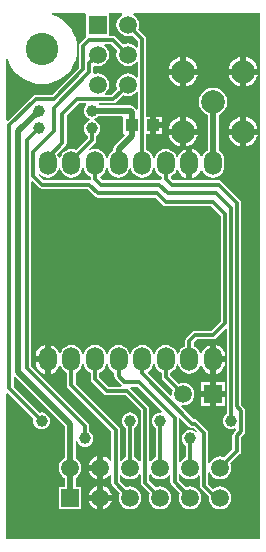
<source format=gbl>
G04 Layer_Physical_Order=2*
G04 Layer_Color=16711680*
%FSLAX44Y44*%
%MOMM*%
G71*
G01*
G75*
%ADD10R,1.0000X1.0000*%
%ADD11C,0.3048*%
%ADD12C,0.5080*%
%ADD13C,1.5000*%
%ADD14R,1.5000X1.5000*%
%ADD15R,1.5000X1.5000*%
%ADD16O,1.5000X2.0000*%
%ADD17C,2.0000*%
%ADD18C,1.0000*%
%ADD19C,2.7500*%
G36*
X352986Y1293730D02*
X352909Y1293698D01*
X350924Y1292175D01*
X349402Y1290191D01*
X348445Y1287880D01*
X348118Y1285400D01*
X348445Y1282920D01*
X349402Y1280609D01*
X350924Y1278624D01*
X352909Y1277102D01*
X355220Y1276144D01*
X357700Y1275818D01*
X360180Y1276144D01*
X361378Y1276641D01*
X366407Y1271612D01*
Y1266345D01*
X365137Y1265913D01*
X364475Y1266775D01*
X362491Y1268298D01*
X360180Y1269255D01*
X357700Y1269582D01*
X355220Y1269255D01*
X354022Y1268759D01*
X347741Y1275041D01*
X346575Y1275819D01*
X345200Y1276093D01*
X341800D01*
Y1294900D01*
X343028Y1295000D01*
X352733D01*
X352986Y1293730D01*
D02*
G37*
G36*
X348941Y1263678D02*
X348445Y1262480D01*
X348118Y1260000D01*
X348445Y1257520D01*
X349402Y1255209D01*
X350924Y1253224D01*
X352909Y1251702D01*
X355220Y1250744D01*
X357700Y1250418D01*
X360180Y1250744D01*
X362491Y1251702D01*
X364475Y1253224D01*
X365137Y1254087D01*
X366407Y1253655D01*
Y1240945D01*
X365137Y1240513D01*
X364475Y1241375D01*
X362491Y1242898D01*
X360180Y1243855D01*
X357700Y1244182D01*
X355220Y1243855D01*
X352909Y1242898D01*
X350924Y1241375D01*
X349402Y1239391D01*
X348445Y1237080D01*
X348118Y1234600D01*
X348445Y1232120D01*
X348941Y1230922D01*
X344112Y1226093D01*
X338905D01*
X338474Y1227363D01*
X339075Y1227824D01*
X340598Y1229809D01*
X341555Y1232120D01*
X341882Y1234600D01*
X341555Y1237080D01*
X340598Y1239391D01*
X339075Y1241375D01*
X337091Y1242898D01*
X334780Y1243855D01*
X332300Y1244182D01*
X329820Y1243855D01*
X329646Y1243783D01*
X328533Y1244697D01*
X328593Y1245000D01*
Y1249878D01*
X329815Y1250741D01*
X329863Y1250739D01*
X332300Y1250418D01*
X334780Y1250744D01*
X337091Y1251702D01*
X339075Y1253224D01*
X340598Y1255209D01*
X341555Y1257520D01*
X341882Y1260000D01*
X341555Y1262480D01*
X340598Y1264791D01*
X339075Y1266775D01*
X337953Y1267637D01*
X338384Y1268907D01*
X343712D01*
X348941Y1263678D01*
D02*
G37*
G36*
X322800Y1293730D02*
Y1275900D01*
X322269Y1274850D01*
X317411Y1269993D01*
X316632Y1268827D01*
X316359Y1267452D01*
Y1248940D01*
X293512Y1226093D01*
X280000D01*
X278625Y1225819D01*
X277459Y1225041D01*
X256173Y1203755D01*
X255000Y1204241D01*
Y1253417D01*
Y1256009D01*
X256270Y1256160D01*
X256380Y1255701D01*
X258187Y1251338D01*
X260654Y1247312D01*
X263721Y1243721D01*
X267312Y1240655D01*
X271338Y1238187D01*
X275701Y1236380D01*
X280292Y1235278D01*
X285000Y1234907D01*
X289708Y1235278D01*
X294299Y1236380D01*
X298662Y1238187D01*
X302688Y1240655D01*
X306279Y1243721D01*
X309345Y1247312D01*
X311813Y1251338D01*
X313620Y1255701D01*
X314722Y1260293D01*
X315093Y1265000D01*
X314722Y1269707D01*
X313620Y1274299D01*
X311813Y1278662D01*
X309345Y1282688D01*
X306279Y1286279D01*
X302688Y1289346D01*
X298662Y1291813D01*
X294299Y1293620D01*
X293841Y1293730D01*
X293991Y1295000D01*
X296583D01*
X321571D01*
X322800Y1293730D01*
D02*
G37*
G36*
X366407Y1228255D02*
Y1213692D01*
X366085Y1213572D01*
X365137Y1213480D01*
X364273Y1214773D01*
X363273Y1215773D01*
X361771Y1216777D01*
X360000Y1217129D01*
X360000Y1217129D01*
X333419D01*
X333032Y1217637D01*
X333662Y1218907D01*
X345600D01*
X346975Y1219181D01*
X348141Y1219959D01*
X354022Y1225841D01*
X355220Y1225344D01*
X357700Y1225018D01*
X360180Y1225344D01*
X362491Y1226302D01*
X364475Y1227824D01*
X365137Y1228687D01*
X366407Y1228255D01*
D02*
G37*
G36*
X322696Y1217637D02*
X322508Y1217492D01*
X321385Y1216030D01*
X320680Y1214327D01*
X320440Y1212500D01*
X320680Y1210673D01*
X321385Y1208970D01*
X322508Y1207507D01*
X323970Y1206385D01*
X325673Y1205680D01*
X325974Y1205640D01*
Y1204360D01*
X325673Y1204320D01*
X323970Y1203615D01*
X322508Y1202492D01*
X321385Y1201030D01*
X320680Y1199327D01*
X320440Y1197500D01*
X320680Y1195673D01*
X321385Y1193970D01*
X322508Y1192507D01*
X323907Y1191434D01*
Y1188988D01*
X314032Y1179113D01*
X312480Y1179755D01*
X310000Y1180082D01*
X307520Y1179755D01*
X305209Y1178798D01*
X303225Y1177275D01*
X301702Y1175291D01*
X300745Y1172980D01*
X300641Y1172190D01*
X299360D01*
X299256Y1172980D01*
X298298Y1175291D01*
X298113Y1175532D01*
X305041Y1182459D01*
X305819Y1183625D01*
X306093Y1185000D01*
Y1208512D01*
X316488Y1218907D01*
X322265D01*
X322696Y1217637D01*
D02*
G37*
G36*
X354000Y1207000D02*
Y1193000D01*
X354658D01*
X355184Y1191730D01*
X346727Y1183273D01*
X345723Y1181771D01*
X345371Y1180000D01*
X345371Y1180000D01*
Y1178865D01*
X345209Y1178798D01*
X343225Y1177275D01*
X341702Y1175291D01*
X340745Y1172980D01*
X340640Y1172190D01*
X339360D01*
X339255Y1172980D01*
X338298Y1175291D01*
X336776Y1177275D01*
X334791Y1178798D01*
X332480Y1179755D01*
X330000Y1180082D01*
X327520Y1179755D01*
X326006Y1179128D01*
X325286Y1180205D01*
X330041Y1184959D01*
X330820Y1186125D01*
X331093Y1187500D01*
Y1191434D01*
X332492Y1192507D01*
X333615Y1193970D01*
X334320Y1195673D01*
X334560Y1197500D01*
X334320Y1199327D01*
X333615Y1201030D01*
X332492Y1202492D01*
X331030Y1203615D01*
X329327Y1204320D01*
X329026Y1204360D01*
Y1205640D01*
X329327Y1205680D01*
X331030Y1206385D01*
X332492Y1207507D01*
X332771Y1207871D01*
X353091D01*
X354000Y1207000D01*
D02*
G37*
G36*
X360745Y1163020D02*
X361702Y1160709D01*
X363224Y1158725D01*
X365209Y1157202D01*
X367520Y1156245D01*
X370000Y1155918D01*
X372480Y1156245D01*
X374791Y1157202D01*
X376775Y1158725D01*
X378298Y1160709D01*
X379255Y1163020D01*
X379360Y1163810D01*
X380640D01*
X380745Y1163020D01*
X381702Y1160709D01*
X383224Y1158725D01*
X385209Y1157202D01*
X386407Y1156706D01*
Y1155000D01*
X386523Y1154415D01*
X386498Y1154360D01*
X385423Y1153437D01*
X384639Y1153593D01*
X336488D01*
X334411Y1155670D01*
X334709Y1157168D01*
X334791Y1157202D01*
X336776Y1158725D01*
X338298Y1160709D01*
X339255Y1163020D01*
X339360Y1163810D01*
X340640D01*
X340745Y1163020D01*
X341702Y1160709D01*
X343225Y1158725D01*
X345209Y1157202D01*
X347520Y1156245D01*
X350000Y1155918D01*
X352480Y1156245D01*
X354791Y1157202D01*
X356776Y1158725D01*
X358298Y1160709D01*
X359255Y1163020D01*
X359360Y1163810D01*
X360640D01*
X360745Y1163020D01*
D02*
G37*
G36*
X300745D02*
X301702Y1160709D01*
X303225Y1158725D01*
X305209Y1157202D01*
X307520Y1156245D01*
X310000Y1155918D01*
X312480Y1156245D01*
X314791Y1157202D01*
X316775Y1158725D01*
X318298Y1160709D01*
X319256Y1163020D01*
X319360Y1163810D01*
X320641D01*
X320745Y1163020D01*
X321702Y1160709D01*
X323225Y1158725D01*
X325209Y1157202D01*
X326407Y1156706D01*
Y1155000D01*
X326488Y1154592D01*
X325408Y1153512D01*
X325000Y1153593D01*
X286488D01*
X281834Y1158248D01*
X281870Y1158404D01*
X283225Y1158725D01*
X285209Y1157202D01*
X287520Y1156245D01*
X290000Y1155918D01*
X292480Y1156245D01*
X294791Y1157202D01*
X296776Y1158725D01*
X298298Y1160709D01*
X299256Y1163020D01*
X299360Y1163810D01*
X300641D01*
X300745Y1163020D01*
D02*
G37*
G36*
X470000Y850000D02*
X255000Y850000D01*
Y973059D01*
X256173Y973545D01*
X277970Y951749D01*
X277740Y950000D01*
X277980Y948173D01*
X278685Y946470D01*
X279807Y945008D01*
X281270Y943885D01*
X282973Y943180D01*
X284800Y942940D01*
X286627Y943180D01*
X288330Y943885D01*
X289792Y945008D01*
X290914Y946470D01*
X291620Y948173D01*
X291860Y950000D01*
X291620Y951827D01*
X290914Y953530D01*
X289792Y954993D01*
X288330Y956115D01*
X286627Y956820D01*
X284800Y957060D01*
X283051Y956830D01*
X261093Y978788D01*
Y987065D01*
X262363Y987591D01*
X304371Y945583D01*
Y918565D01*
X304209Y918498D01*
X302225Y916975D01*
X300702Y914991D01*
X299744Y912680D01*
X299418Y910200D01*
X299744Y907720D01*
X300702Y905409D01*
X302225Y903425D01*
X304209Y901902D01*
X304371Y901835D01*
Y894300D01*
X299500D01*
Y875300D01*
X318500D01*
Y894300D01*
X313629D01*
Y901835D01*
X313791Y901902D01*
X315775Y903425D01*
X317298Y905409D01*
X318255Y907720D01*
X318582Y910200D01*
X318255Y912680D01*
X317298Y914991D01*
X315775Y916975D01*
X313791Y918498D01*
X313629Y918565D01*
Y932993D01*
X314880Y933173D01*
X315585Y931470D01*
X316707Y930008D01*
X318170Y928885D01*
X319873Y928180D01*
X321700Y927940D01*
X323527Y928180D01*
X325230Y928885D01*
X326692Y930008D01*
X327814Y931470D01*
X328520Y933173D01*
X328760Y935000D01*
X328520Y936827D01*
X327814Y938530D01*
X326692Y939993D01*
X325293Y941066D01*
Y945800D01*
X325019Y947175D01*
X324241Y948341D01*
X276093Y996488D01*
Y1152166D01*
X277266Y1152652D01*
X282459Y1147459D01*
X283625Y1146681D01*
X285000Y1146407D01*
X323512D01*
X329959Y1139959D01*
X331125Y1139181D01*
X332500Y1138907D01*
X381012D01*
X387459Y1132459D01*
X388625Y1131681D01*
X390000Y1131407D01*
X428512D01*
X436407Y1123512D01*
Y1033988D01*
X428512Y1026093D01*
X415000D01*
X413625Y1025819D01*
X412459Y1025041D01*
X407459Y1020041D01*
X406680Y1018875D01*
X406407Y1017500D01*
Y1013294D01*
X405209Y1012798D01*
X403224Y1011275D01*
X401702Y1009291D01*
X400744Y1006980D01*
X400640Y1006190D01*
X399359D01*
X399255Y1006980D01*
X398298Y1009291D01*
X396775Y1011275D01*
X394791Y1012798D01*
X392480Y1013755D01*
X390000Y1014082D01*
X387520Y1013755D01*
X385209Y1012798D01*
X383224Y1011275D01*
X381702Y1009291D01*
X380745Y1006980D01*
X380640Y1006190D01*
X379360D01*
X379255Y1006980D01*
X378298Y1009291D01*
X376775Y1011275D01*
X374791Y1012798D01*
X372480Y1013755D01*
X370000Y1014082D01*
X367520Y1013755D01*
X365209Y1012798D01*
X363224Y1011275D01*
X361702Y1009291D01*
X360745Y1006980D01*
X360640Y1006190D01*
X359360D01*
X359255Y1006980D01*
X358298Y1009291D01*
X356776Y1011275D01*
X354791Y1012798D01*
X352480Y1013755D01*
X350000Y1014082D01*
X347520Y1013755D01*
X345209Y1012798D01*
X343225Y1011275D01*
X341702Y1009291D01*
X340745Y1006980D01*
X340640Y1006190D01*
X339360D01*
X339255Y1006980D01*
X338298Y1009291D01*
X336776Y1011275D01*
X334791Y1012798D01*
X332480Y1013755D01*
X330000Y1014082D01*
X327520Y1013755D01*
X325209Y1012798D01*
X323225Y1011275D01*
X321702Y1009291D01*
X320745Y1006980D01*
X320641Y1006190D01*
X319360D01*
X319256Y1006980D01*
X318298Y1009291D01*
X316775Y1011275D01*
X314791Y1012798D01*
X312480Y1013755D01*
X310000Y1014082D01*
X307520Y1013755D01*
X305209Y1012798D01*
X303225Y1011275D01*
X301702Y1009291D01*
X300955Y1007488D01*
X299605Y1007548D01*
X298770Y1009563D01*
X297161Y1011661D01*
X295063Y1013270D01*
X292621Y1014282D01*
X292540Y1014292D01*
Y1002000D01*
Y989708D01*
X292621Y989718D01*
X295063Y990730D01*
X297161Y992339D01*
X298770Y994437D01*
X299605Y996452D01*
X300955Y996512D01*
X301702Y994709D01*
X303225Y992725D01*
X305209Y991202D01*
X306407Y990705D01*
Y980000D01*
X306681Y978625D01*
X307459Y977459D01*
X343907Y941012D01*
Y916389D01*
X342637Y915958D01*
X341561Y917361D01*
X339463Y918970D01*
X337021Y919982D01*
X336940Y919992D01*
Y910200D01*
Y900408D01*
X337021Y900418D01*
X339463Y901430D01*
X341561Y903039D01*
X342637Y904442D01*
X343907Y904011D01*
Y897100D01*
X344180Y895725D01*
X344959Y894559D01*
X351041Y888478D01*
X350545Y887280D01*
X350218Y884800D01*
X350545Y882320D01*
X351502Y880009D01*
X353024Y878025D01*
X355009Y876502D01*
X357320Y875545D01*
X359800Y875218D01*
X362280Y875545D01*
X364591Y876502D01*
X366575Y878025D01*
X368098Y880009D01*
X369055Y882320D01*
X369382Y884800D01*
X369055Y887280D01*
X368098Y889591D01*
X366575Y891575D01*
X364591Y893098D01*
X362280Y894055D01*
X359800Y894382D01*
X357320Y894055D01*
X356122Y893559D01*
X351093Y898588D01*
Y903856D01*
X352363Y904287D01*
X353024Y903425D01*
X355009Y901902D01*
X357320Y900945D01*
X359800Y900618D01*
X362280Y900945D01*
X364591Y901902D01*
X366575Y903425D01*
X367637Y904808D01*
X368907Y904377D01*
Y897500D01*
X369180Y896125D01*
X369959Y894959D01*
X376441Y888478D01*
X375945Y887280D01*
X375618Y884800D01*
X375945Y882320D01*
X376902Y880009D01*
X378424Y878025D01*
X380409Y876502D01*
X382720Y875545D01*
X385200Y875218D01*
X387680Y875545D01*
X389991Y876502D01*
X391975Y878025D01*
X393498Y880009D01*
X394455Y882320D01*
X394782Y884800D01*
X394455Y887280D01*
X393498Y889591D01*
X391975Y891575D01*
X389991Y893098D01*
X387680Y894055D01*
X385200Y894382D01*
X382720Y894055D01*
X381522Y893559D01*
X376093Y898988D01*
Y904377D01*
X377363Y904808D01*
X378424Y903425D01*
X380409Y901902D01*
X382720Y900945D01*
X385200Y900618D01*
X387680Y900945D01*
X389991Y901902D01*
X391975Y903425D01*
X392637Y904287D01*
X393907Y903856D01*
Y897900D01*
X394180Y896525D01*
X394959Y895359D01*
X401841Y888478D01*
X401344Y887280D01*
X401018Y884800D01*
X401344Y882320D01*
X402302Y880009D01*
X403825Y878025D01*
X405809Y876502D01*
X408120Y875545D01*
X410600Y875218D01*
X413080Y875545D01*
X415391Y876502D01*
X417375Y878025D01*
X418898Y880009D01*
X419855Y882320D01*
X420182Y884800D01*
X419855Y887280D01*
X418898Y889591D01*
X417375Y891575D01*
X415391Y893098D01*
X413080Y894055D01*
X410600Y894382D01*
X408120Y894055D01*
X406922Y893559D01*
X401093Y899388D01*
Y904668D01*
X402228Y905335D01*
X402363Y905329D01*
X403825Y903425D01*
X405809Y901902D01*
X408120Y900945D01*
X410600Y900618D01*
X413080Y900945D01*
X415391Y901902D01*
X417375Y903425D01*
X417637Y903765D01*
X418907Y903334D01*
Y895000D01*
X419180Y893625D01*
X419959Y892459D01*
X426558Y885861D01*
X426418Y884800D01*
X426744Y882320D01*
X427702Y880009D01*
X429225Y878025D01*
X431209Y876502D01*
X433520Y875545D01*
X436000Y875218D01*
X438480Y875545D01*
X440791Y876502D01*
X442775Y878025D01*
X444298Y880009D01*
X445255Y882320D01*
X445582Y884800D01*
X445255Y887280D01*
X444298Y889591D01*
X442775Y891575D01*
X440791Y893098D01*
X438480Y894055D01*
X436000Y894382D01*
X433520Y894055D01*
X431209Y893098D01*
X430232Y892349D01*
X426093Y896488D01*
Y905974D01*
X427363Y906227D01*
X427702Y905409D01*
X429225Y903425D01*
X431209Y901902D01*
X433520Y900945D01*
X436000Y900618D01*
X438480Y900945D01*
X440791Y901902D01*
X442775Y903425D01*
X444298Y905409D01*
X445255Y907720D01*
X445582Y910200D01*
X445255Y912680D01*
X444759Y913878D01*
X452541Y921659D01*
X453320Y922825D01*
X453593Y924200D01*
Y936012D01*
X456265Y938683D01*
X457043Y939849D01*
X457317Y941224D01*
Y958612D01*
X457044Y959987D01*
X456265Y961153D01*
X453841Y963576D01*
Y1134752D01*
X453568Y1136127D01*
X452789Y1137293D01*
X437541Y1152541D01*
X436375Y1153319D01*
X435000Y1153593D01*
X396488D01*
X394411Y1155670D01*
X394709Y1157168D01*
X394791Y1157202D01*
X396775Y1158725D01*
X398298Y1160709D01*
X399045Y1162512D01*
X400395Y1162452D01*
X401230Y1160437D01*
X402839Y1158339D01*
X404937Y1156730D01*
X407379Y1155718D01*
X407460Y1155708D01*
Y1168000D01*
Y1180292D01*
X407379Y1180282D01*
X404937Y1179270D01*
X402839Y1177661D01*
X401230Y1175563D01*
X400395Y1173548D01*
X399045Y1173488D01*
X398298Y1175291D01*
X396775Y1177275D01*
X394791Y1178798D01*
X392480Y1179755D01*
X390000Y1180082D01*
X387520Y1179755D01*
X385209Y1178798D01*
X383224Y1177275D01*
X381702Y1175291D01*
X380745Y1172980D01*
X380640Y1172190D01*
X379360D01*
X379255Y1172980D01*
X378298Y1175291D01*
X376775Y1177275D01*
X374791Y1178798D01*
X373593Y1179294D01*
Y1192460D01*
X376460D01*
Y1200000D01*
Y1207540D01*
X373593D01*
Y1273100D01*
X373320Y1274475D01*
X372541Y1275641D01*
X366459Y1281722D01*
X366955Y1282920D01*
X367282Y1285400D01*
X366955Y1287880D01*
X365998Y1290191D01*
X364475Y1292175D01*
X362491Y1293698D01*
X362414Y1293730D01*
X362667Y1295000D01*
X470000Y1295000D01*
Y850000D01*
D02*
G37*
G36*
X441607Y1027366D02*
Y956066D01*
X440208Y954993D01*
X439086Y953530D01*
X438380Y951827D01*
X438140Y950000D01*
X438380Y948173D01*
X439086Y946470D01*
X440208Y945008D01*
X441670Y943885D01*
X443373Y943180D01*
X445200Y942940D01*
X447027Y943180D01*
X448400Y943749D01*
X449377Y943327D01*
X449712Y943038D01*
X449790Y942371D01*
X447459Y940041D01*
X446680Y938875D01*
X446407Y937500D01*
Y925688D01*
X439678Y918959D01*
X438480Y919455D01*
X436000Y919782D01*
X433520Y919455D01*
X431209Y918498D01*
X429225Y916975D01*
X427702Y914991D01*
X427363Y914173D01*
X426093Y914426D01*
Y940000D01*
X425820Y941375D01*
X425041Y942541D01*
X417541Y950041D01*
X416375Y950819D01*
X415000Y951093D01*
X413988D01*
X403269Y961812D01*
X403862Y963015D01*
X404600Y962918D01*
X407080Y963245D01*
X409391Y964202D01*
X411376Y965725D01*
X412898Y967709D01*
X413856Y970020D01*
X414182Y972500D01*
X413856Y974980D01*
X412898Y977291D01*
X411376Y979276D01*
X409391Y980798D01*
X407080Y981756D01*
X404600Y982082D01*
X402120Y981756D01*
X400922Y981259D01*
X393593Y988588D01*
Y990705D01*
X394791Y991202D01*
X396775Y992725D01*
X398298Y994709D01*
X399255Y997020D01*
X399359Y997810D01*
X400640D01*
X400744Y997020D01*
X401702Y994709D01*
X403224Y992725D01*
X405209Y991202D01*
X407520Y990245D01*
X410000Y989918D01*
X412480Y990245D01*
X414791Y991202D01*
X416775Y992725D01*
X418298Y994709D01*
X419045Y996512D01*
X420395Y996452D01*
X421230Y994437D01*
X422839Y992339D01*
X424936Y990730D01*
X427379Y989718D01*
X427460Y989708D01*
Y1002000D01*
Y1014292D01*
X427379Y1014282D01*
X424936Y1013270D01*
X422839Y1011661D01*
X421230Y1009563D01*
X420395Y1007548D01*
X419045Y1007488D01*
X418298Y1009291D01*
X416775Y1011275D01*
X414791Y1012798D01*
X413593Y1013294D01*
Y1016012D01*
X416488Y1018907D01*
X430000D01*
X431375Y1019181D01*
X432541Y1019959D01*
X440434Y1027852D01*
X441607Y1027366D01*
D02*
G37*
G36*
X340745Y997020D02*
X341702Y994709D01*
X343225Y992725D01*
X345209Y991202D01*
X346407Y990705D01*
Y987500D01*
X346680Y986125D01*
X347459Y984959D01*
X352459Y979959D01*
X352603Y979863D01*
X352218Y978593D01*
X341488D01*
X333593Y986488D01*
Y990705D01*
X334791Y991202D01*
X336776Y992725D01*
X338298Y994709D01*
X339255Y997020D01*
X339360Y997810D01*
X340640D01*
X340745Y997020D01*
D02*
G37*
G36*
X380745D02*
X381702Y994709D01*
X383224Y992725D01*
X385209Y991202D01*
X386407Y990705D01*
Y987100D01*
X386680Y985725D01*
X387459Y984559D01*
X395841Y976178D01*
X395345Y974980D01*
X395018Y972500D01*
X395115Y971762D01*
X393912Y971169D01*
X375030Y990051D01*
X375291Y991586D01*
X376775Y992725D01*
X378298Y994709D01*
X379255Y997020D01*
X379360Y997810D01*
X380640D01*
X380745Y997020D01*
D02*
G37*
G36*
X386786Y958132D02*
X386193Y956930D01*
X385200Y957060D01*
X383373Y956820D01*
X381670Y956115D01*
X380207Y954993D01*
X379086Y953530D01*
X378380Y951827D01*
X378140Y950000D01*
X378380Y948173D01*
X379086Y946470D01*
X380207Y945008D01*
X381607Y943934D01*
Y918994D01*
X380409Y918498D01*
X378424Y916975D01*
X377363Y915592D01*
X376093Y916023D01*
Y960000D01*
X375820Y961375D01*
X375041Y962541D01*
X360041Y977541D01*
X359897Y977637D01*
X360282Y978907D01*
X366012D01*
X386786Y958132D01*
D02*
G37*
G36*
X409959Y944959D02*
X411125Y944181D01*
X412500Y943907D01*
X413512D01*
X416264Y941155D01*
X415425Y940198D01*
X414230Y941115D01*
X412527Y941820D01*
X410700Y942060D01*
X408873Y941820D01*
X407170Y941115D01*
X405708Y939993D01*
X404585Y938530D01*
X403880Y936827D01*
X403640Y935000D01*
X403880Y933173D01*
X404585Y931470D01*
X405708Y930008D01*
X407107Y928934D01*
Y919036D01*
X405809Y918498D01*
X403825Y916975D01*
X402363Y915071D01*
X402228Y915065D01*
X401093Y915732D01*
Y952030D01*
X402324Y952595D01*
X409959Y944959D01*
D02*
G37*
G36*
X320745Y997020D02*
X321702Y994709D01*
X323225Y992725D01*
X325209Y991202D01*
X326407Y990705D01*
Y985000D01*
X326680Y983625D01*
X327459Y982459D01*
X337459Y972459D01*
X338625Y971681D01*
X340000Y971407D01*
X356012D01*
X368907Y958512D01*
Y916023D01*
X367637Y915592D01*
X366575Y916975D01*
X364591Y918498D01*
X363393Y918994D01*
Y943934D01*
X364792Y945008D01*
X365914Y946470D01*
X366620Y948173D01*
X366860Y950000D01*
X366620Y951827D01*
X365914Y953530D01*
X364792Y954993D01*
X363330Y956115D01*
X361627Y956820D01*
X359800Y957060D01*
X357973Y956820D01*
X356270Y956115D01*
X354808Y954993D01*
X353685Y953530D01*
X352980Y951827D01*
X352740Y950000D01*
X352980Y948173D01*
X353685Y946470D01*
X354808Y945008D01*
X356207Y943934D01*
Y918994D01*
X355009Y918498D01*
X353024Y916975D01*
X352363Y916113D01*
X351093Y916544D01*
Y942500D01*
X350820Y943875D01*
X350041Y945041D01*
X313593Y981488D01*
Y990705D01*
X314791Y991202D01*
X316775Y992725D01*
X318298Y994709D01*
X319256Y997020D01*
X319360Y997810D01*
X320641D01*
X320745Y997020D01*
D02*
G37*
%LPC*%
G36*
X457940Y1257714D02*
Y1247940D01*
X467714D01*
X467617Y1248674D01*
X466354Y1251724D01*
X464344Y1254344D01*
X461724Y1256354D01*
X458674Y1257617D01*
X457940Y1257714D01*
D02*
G37*
G36*
X452860D02*
X452126Y1257617D01*
X449076Y1256354D01*
X446456Y1254344D01*
X444446Y1251724D01*
X443183Y1248674D01*
X443086Y1247940D01*
X452860D01*
Y1257714D01*
D02*
G37*
G36*
X407140D02*
Y1247940D01*
X416914D01*
X416817Y1248674D01*
X415554Y1251724D01*
X413544Y1254344D01*
X410924Y1256354D01*
X407874Y1257617D01*
X407140Y1257714D01*
D02*
G37*
G36*
X402060D02*
X401326Y1257617D01*
X398276Y1256354D01*
X395656Y1254344D01*
X393646Y1251724D01*
X392383Y1248674D01*
X392286Y1247940D01*
X402060D01*
Y1257714D01*
D02*
G37*
G36*
X467714Y1242860D02*
X457940D01*
Y1233086D01*
X458674Y1233183D01*
X461724Y1234446D01*
X464344Y1236456D01*
X466354Y1239076D01*
X467617Y1242126D01*
X467714Y1242860D01*
D02*
G37*
G36*
X452860D02*
X443086D01*
X443183Y1242126D01*
X444446Y1239076D01*
X446456Y1236456D01*
X449076Y1234446D01*
X452126Y1233183D01*
X452860Y1233086D01*
Y1242860D01*
D02*
G37*
G36*
X416914D02*
X407140D01*
Y1233086D01*
X407874Y1233183D01*
X410924Y1234446D01*
X413544Y1236456D01*
X415554Y1239076D01*
X416817Y1242126D01*
X416914Y1242860D01*
D02*
G37*
G36*
X402060D02*
X392286D01*
X392383Y1242126D01*
X393646Y1239076D01*
X395656Y1236456D01*
X398276Y1234446D01*
X401326Y1233183D01*
X402060Y1233086D01*
Y1242860D01*
D02*
G37*
G36*
X386540Y1207540D02*
X381540D01*
Y1202540D01*
X386540D01*
Y1207540D01*
D02*
G37*
G36*
X457940Y1206914D02*
Y1197140D01*
X467714D01*
X467617Y1197874D01*
X466354Y1200924D01*
X464344Y1203544D01*
X461724Y1205554D01*
X458674Y1206817D01*
X457940Y1206914D01*
D02*
G37*
G36*
X452860D02*
X452126Y1206817D01*
X449076Y1205554D01*
X446456Y1203544D01*
X444446Y1200924D01*
X443183Y1197874D01*
X443086Y1197140D01*
X452860D01*
Y1206914D01*
D02*
G37*
G36*
X407140D02*
Y1197140D01*
X416914D01*
X416817Y1197874D01*
X415554Y1200924D01*
X413544Y1203544D01*
X410924Y1205554D01*
X407874Y1206817D01*
X407140Y1206914D01*
D02*
G37*
G36*
X402060D02*
X401326Y1206817D01*
X398276Y1205554D01*
X395656Y1203544D01*
X393646Y1200924D01*
X392383Y1197874D01*
X392286Y1197140D01*
X402060D01*
Y1206914D01*
D02*
G37*
G36*
X386540Y1197460D02*
X381540D01*
Y1192460D01*
X386540D01*
Y1197460D01*
D02*
G37*
G36*
X467714Y1192060D02*
X457940D01*
Y1182286D01*
X458674Y1182383D01*
X461724Y1183646D01*
X464344Y1185656D01*
X466354Y1188276D01*
X467617Y1191326D01*
X467714Y1192060D01*
D02*
G37*
G36*
X452860D02*
X443086D01*
X443183Y1191326D01*
X444446Y1188276D01*
X446456Y1185656D01*
X449076Y1183646D01*
X452126Y1182383D01*
X452860Y1182286D01*
Y1192060D01*
D02*
G37*
G36*
X416914D02*
X407140D01*
Y1182286D01*
X407874Y1182383D01*
X410924Y1183646D01*
X413544Y1185656D01*
X415554Y1188276D01*
X416817Y1191326D01*
X416914Y1192060D01*
D02*
G37*
G36*
X402060D02*
X392286D01*
X392383Y1191326D01*
X393646Y1188276D01*
X395656Y1185656D01*
X398276Y1183646D01*
X401326Y1182383D01*
X402060Y1182286D01*
Y1192060D01*
D02*
G37*
G36*
X430000Y1232104D02*
X426867Y1231691D01*
X423948Y1230482D01*
X421441Y1228559D01*
X419518Y1226052D01*
X418309Y1223133D01*
X417896Y1220000D01*
X418309Y1216867D01*
X419518Y1213948D01*
X421441Y1211441D01*
X423948Y1209518D01*
X425371Y1208929D01*
Y1178865D01*
X425209Y1178798D01*
X423224Y1177275D01*
X421702Y1175291D01*
X420955Y1173488D01*
X419605Y1173548D01*
X418770Y1175563D01*
X417160Y1177661D01*
X415063Y1179270D01*
X412621Y1180282D01*
X412540Y1180292D01*
Y1168000D01*
Y1155708D01*
X412621Y1155718D01*
X415063Y1156730D01*
X417160Y1158339D01*
X418770Y1160437D01*
X419605Y1162452D01*
X420955Y1162512D01*
X421702Y1160709D01*
X423224Y1158725D01*
X425209Y1157202D01*
X427520Y1156245D01*
X430000Y1155918D01*
X432480Y1156245D01*
X434791Y1157202D01*
X436775Y1158725D01*
X438298Y1160709D01*
X439255Y1163020D01*
X439582Y1165500D01*
Y1170500D01*
X439255Y1172980D01*
X438298Y1175291D01*
X436775Y1177275D01*
X434791Y1178798D01*
X434629Y1178865D01*
Y1208929D01*
X436052Y1209518D01*
X438559Y1211441D01*
X440482Y1213948D01*
X441691Y1216867D01*
X442104Y1220000D01*
X441691Y1223133D01*
X440482Y1226052D01*
X438559Y1228559D01*
X436052Y1230482D01*
X433133Y1231691D01*
X430000Y1232104D01*
D02*
G37*
G36*
X287460Y1014292D02*
X287379Y1014282D01*
X284937Y1013270D01*
X282840Y1011661D01*
X281230Y1009563D01*
X280219Y1007121D01*
X279879Y1004540D01*
X287460D01*
Y1014292D01*
D02*
G37*
G36*
Y999460D02*
X279879D01*
X280219Y996879D01*
X281230Y994437D01*
X282840Y992339D01*
X284937Y990730D01*
X287379Y989718D01*
X287460Y989708D01*
Y999460D01*
D02*
G37*
G36*
X331860Y919992D02*
X331779Y919982D01*
X329337Y918970D01*
X327239Y917361D01*
X325630Y915263D01*
X324618Y912821D01*
X324608Y912740D01*
X331860D01*
Y919992D01*
D02*
G37*
G36*
Y907660D02*
X324608D01*
X324618Y907579D01*
X325630Y905137D01*
X327239Y903039D01*
X329337Y901430D01*
X331779Y900418D01*
X331860Y900408D01*
Y907660D01*
D02*
G37*
G36*
X336940Y894592D02*
Y887340D01*
X344192D01*
X344182Y887421D01*
X343170Y889863D01*
X341561Y891961D01*
X339463Y893570D01*
X337021Y894582D01*
X336940Y894592D01*
D02*
G37*
G36*
X331860D02*
X331779Y894582D01*
X329337Y893570D01*
X327239Y891961D01*
X325630Y889863D01*
X324618Y887421D01*
X324608Y887340D01*
X331860D01*
Y894592D01*
D02*
G37*
G36*
X344192Y882260D02*
X336940D01*
Y875008D01*
X337021Y875018D01*
X339463Y876030D01*
X341561Y877639D01*
X343170Y879737D01*
X344182Y882179D01*
X344192Y882260D01*
D02*
G37*
G36*
X331860D02*
X324608D01*
X324618Y882179D01*
X325630Y879737D01*
X327239Y877639D01*
X329337Y876030D01*
X331779Y875018D01*
X331860Y875008D01*
Y882260D01*
D02*
G37*
G36*
X432540Y1014292D02*
Y1004540D01*
X440121D01*
X439781Y1007121D01*
X438770Y1009563D01*
X437160Y1011661D01*
X435063Y1013270D01*
X432621Y1014282D01*
X432540Y1014292D01*
D02*
G37*
G36*
X440121Y999460D02*
X432540D01*
Y989708D01*
X432621Y989718D01*
X435063Y990730D01*
X437160Y992339D01*
X438770Y994437D01*
X439781Y996879D01*
X440121Y999460D01*
D02*
G37*
G36*
X440040Y982540D02*
X432540D01*
Y975040D01*
X440040D01*
Y982540D01*
D02*
G37*
G36*
X427460D02*
X419960D01*
Y975040D01*
X427460D01*
Y982540D01*
D02*
G37*
G36*
X440040Y969960D02*
X432540D01*
Y962460D01*
X440040D01*
Y969960D01*
D02*
G37*
G36*
X427460D02*
X419960D01*
Y962460D01*
X427460D01*
Y969960D01*
D02*
G37*
%LPD*%
D10*
X379000Y1200000D02*
D03*
X361000D02*
D03*
D11*
X359800Y910200D02*
Y950000D01*
X385200Y910200D02*
Y950000D01*
X410700Y910300D02*
Y935000D01*
X410600Y910200D02*
X410700Y910300D01*
X410000Y1017500D02*
X415000Y1022500D01*
X410000Y1002000D02*
Y1017500D01*
X310000Y1170000D02*
X327500Y1187500D01*
Y1197500D01*
X302500Y1210000D02*
X315000Y1222500D01*
X272500Y1187500D02*
X282500Y1197500D01*
X277548Y1177548D02*
X295000Y1195000D01*
X272500Y995000D02*
Y1187500D01*
Y995000D02*
X321700Y945800D01*
Y935000D02*
Y945800D01*
X347500Y897100D02*
X359800Y884800D01*
X347500Y897100D02*
Y942500D01*
X310000Y980000D02*
X347500Y942500D01*
X310000Y980000D02*
Y1002000D01*
X372500Y897500D02*
X385200Y884800D01*
X372500Y897500D02*
Y960000D01*
X357500Y975000D02*
X372500Y960000D01*
X340000Y975000D02*
X357500D01*
X330000Y985000D02*
X340000Y975000D01*
X330000Y985000D02*
Y1002000D01*
X390000Y987100D02*
Y1002000D01*
Y987100D02*
X404600Y972500D01*
X397500Y897900D02*
X410600Y884800D01*
X397500Y897900D02*
Y952500D01*
X367500Y982500D02*
X397500Y952500D01*
X355000Y982500D02*
X367500D01*
X350000Y987500D02*
X355000Y982500D01*
X350000Y987500D02*
Y1002000D01*
X370000Y990000D02*
Y1002000D01*
Y990000D02*
X412500Y947500D01*
X422500Y895000D02*
X432700Y884800D01*
X436000D01*
X412500Y947500D02*
X415000D01*
X422500Y940000D01*
Y895000D02*
Y940000D01*
X330000Y1155000D02*
Y1168000D01*
X382500Y1142500D02*
X390000Y1135000D01*
X302500Y1185000D02*
Y1210000D01*
X390000Y1155000D02*
X395000Y1150000D01*
X390000Y1155000D02*
Y1168000D01*
X330000Y1155000D02*
X335000Y1150000D01*
X384639D01*
X392139Y1142500D01*
X290000Y1168000D02*
Y1172500D01*
X302500Y1185000D01*
X325000Y1150000D02*
X332500Y1142500D01*
X382500D01*
X277548Y1157452D02*
Y1177548D01*
Y1157452D02*
X285000Y1150000D01*
X325000D01*
X257500Y977300D02*
X284800Y950000D01*
X415000Y1022500D02*
X430000D01*
X390000Y1135000D02*
X430000D01*
X392139Y1142500D02*
X432500D01*
X395000Y1150000D02*
X435000D01*
X436000Y910200D02*
X450000Y924200D01*
X435000Y1150000D02*
X450248Y1134752D01*
Y962088D02*
Y1134752D01*
Y962088D02*
X453724Y958612D01*
X450000Y924200D02*
Y937500D01*
X453724Y941224D01*
Y958612D01*
X445200Y950000D02*
Y1129800D01*
X432500Y1142500D02*
X445200Y1129800D01*
X430000Y1022500D02*
X440000Y1032500D01*
Y1125000D01*
X430000Y1135000D02*
X440000Y1125000D01*
X257500Y977300D02*
Y1200000D01*
X295000Y1195000D02*
Y1215000D01*
X280000Y1222500D02*
X295000D01*
X257500Y1200000D02*
X280000Y1222500D01*
X362800Y1280300D02*
X370000Y1273100D01*
Y1168000D02*
Y1273100D01*
X315000Y1222500D02*
X345600D01*
X352700Y1229600D01*
Y1234600D01*
X325000Y1272500D02*
X345200D01*
X352700Y1265000D01*
Y1260000D02*
Y1265000D01*
X295000Y1215000D02*
X325000Y1245000D01*
Y1252700D01*
X332300Y1260000D01*
X295000Y1222500D02*
X319952Y1247452D01*
Y1267452D01*
X325000Y1272500D01*
D12*
X309000Y884800D02*
Y910200D01*
Y947500D01*
X265000Y991500D02*
X309000Y947500D01*
X327500Y1212500D02*
X360000D01*
X361000Y1211500D01*
Y1200000D02*
Y1211500D01*
X350000Y1168000D02*
Y1180000D01*
X361000Y1191000D01*
Y1200000D01*
X265000Y991500D02*
Y1195000D01*
X282500Y1212500D01*
X430000Y1168000D02*
Y1220000D01*
X430000Y1168000D02*
X430000Y1168000D01*
D13*
X332300Y1260000D02*
D03*
X357700D02*
D03*
Y1285400D02*
D03*
Y1234600D02*
D03*
X332300D02*
D03*
X334400Y884800D02*
D03*
Y910200D02*
D03*
X309000D02*
D03*
X359800D02*
D03*
Y884800D02*
D03*
X385200Y910200D02*
D03*
Y884800D02*
D03*
X410600Y910200D02*
D03*
Y884800D02*
D03*
X436000Y910200D02*
D03*
Y884800D02*
D03*
X404600Y972500D02*
D03*
D14*
X332300Y1285400D02*
D03*
X430000Y972500D02*
D03*
D15*
X309000Y884800D02*
D03*
D16*
X310000Y1002000D02*
D03*
X330000D02*
D03*
X350000D02*
D03*
X370000D02*
D03*
X390000D02*
D03*
X410000D02*
D03*
X430000D02*
D03*
Y1168000D02*
D03*
X410000D02*
D03*
X390000D02*
D03*
X370000D02*
D03*
X350000D02*
D03*
X330000D02*
D03*
X310000D02*
D03*
X290000D02*
D03*
Y1002000D02*
D03*
D17*
X455400Y1194600D02*
D03*
X404600D02*
D03*
Y1245400D02*
D03*
X455400D02*
D03*
X430000Y1220000D02*
D03*
D18*
X359800Y950000D02*
D03*
X284800D02*
D03*
X282500Y1212500D02*
D03*
X327500D02*
D03*
X385200Y950000D02*
D03*
X445200D02*
D03*
X410700Y935000D02*
D03*
X321700D02*
D03*
X282500Y1197500D02*
D03*
X327500D02*
D03*
D19*
X285000Y1265000D02*
D03*
M02*

</source>
